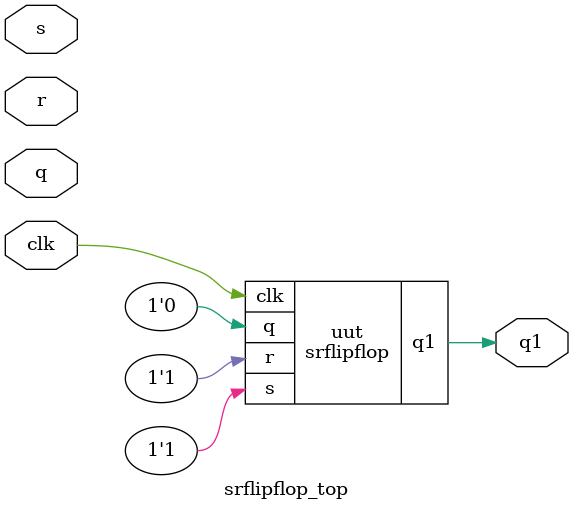
<source format=v>
module srflipflop(
  input wire clk, s, r, q,
  output reg q1
);
  always @(posedge clk)
    begin
      q1 <= ~(~(s|q)|r);
    end
endmodule

module srflipflop_top(
  input clk, s, r, q,
  output q1
);
  srflipflop uut(clk, 1, 1, 0, q1);
endmodule
</source>
